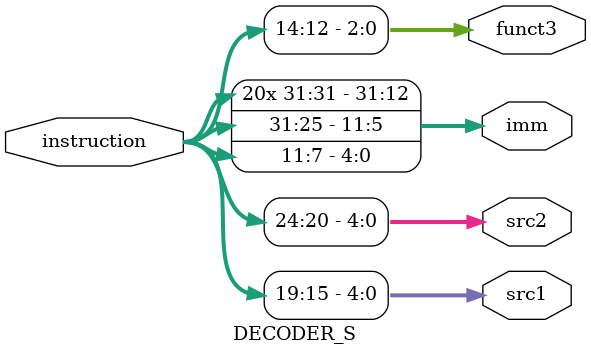
<source format=sv>
module DECODER_S (
	input  logic [31:0] instruction,
	output logic [4:0]  src1,
	output logic [4:0]  src2,
	output logic [31:0] imm,
	output logic [2:0]  funct3
);

	assign src1 	= instruction[19:15];
	assign src2 	= instruction[24:20];
	assign imm 		= {{21{instruction[31]}}, {instruction[30:25], instruction[11:7]}};
	assign funct3 	= instruction[14:12];

endmodule
</source>
